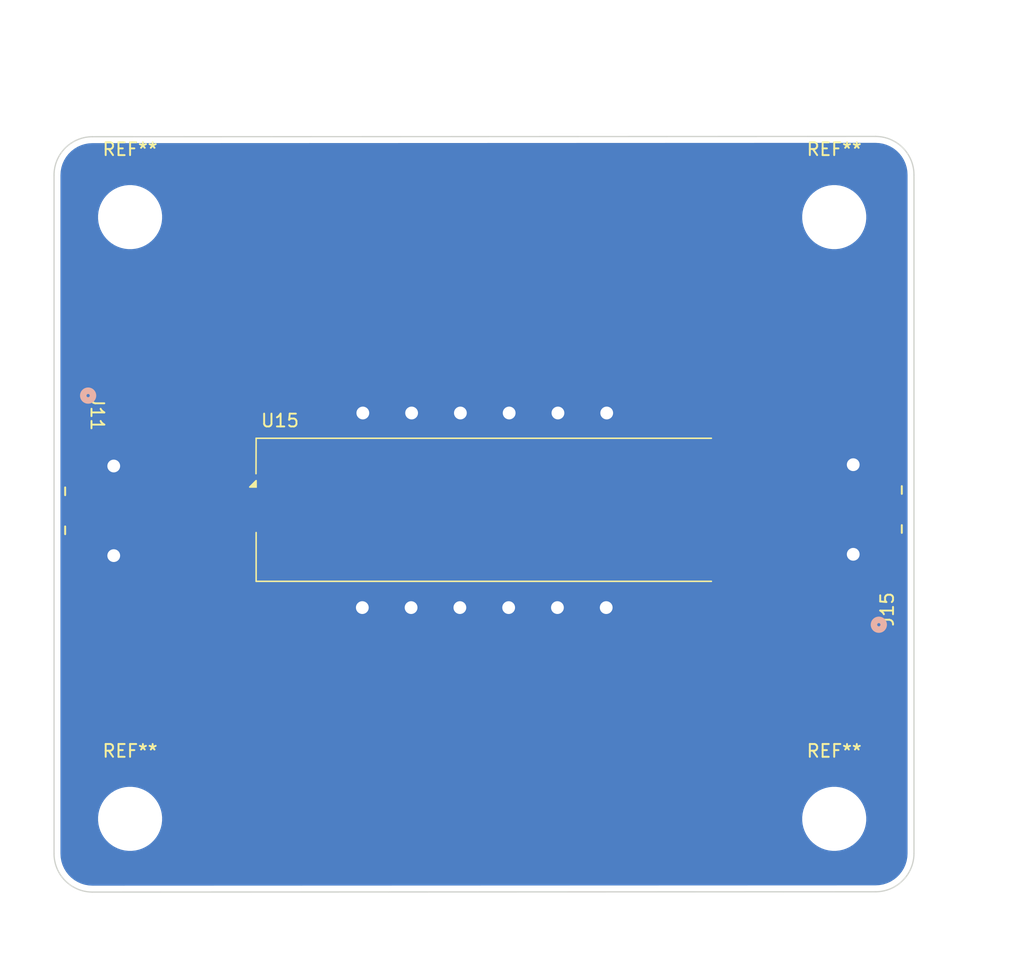
<source format=kicad_pcb>
(kicad_pcb (version 20240108) (generator "pcbnew") (generator_version "8.0")
  (title_block (title "RCA Telescope PCBs") (date "2025-04-29"))
  (layers (0 "F.Cu" signal) (31 "B.Cu" signal) (34 "B.Paste" user) (35 "F.Paste" user) (36 "B.SilkS" user "B.Silkscreen") (37 "F.SilkS" user "F.Silkscreen") (38 "B.Mask" user) (39 "F.Mask" user) (44 "Edge.Cuts" user))
  (net 0 "")
  (net 1 "/SMDFilter/SIGNAL_IN")
  (net 2 "/SMDFilter/SIGNAL_OUT")
  (net 3 "/SMDFilter/GND")
  (footprint "RF_Mini-Circuits:Mini-Circuits_HQ1157" (layer "F.Cu") (at 296.980362 49.16342 90)
    (property "Reference" "U15" (at 6.96464 -15.916 0) (layer "F.SilkS"))
    (property "Value" "BPF-A1340+")
    (fp_line (start 2.82 -17.79) (end 5.588 -17.78) (stroke (width 0.12)) (layer "F.SilkS"))
    (fp_line (start 5.588 -17.78) (end 5.588 17.78) (stroke (width 0.12)) (layer "F.SilkS"))
    (fp_line (start -5.588 -17.78) (end -1.778 -17.78) (stroke (width 0.12)) (layer "F.SilkS"))
    (fp_line (start -5.588 -17.78) (end -5.588 17.78) (stroke (width 0.12)) (layer "F.SilkS"))
    (fp_poly (pts (xy 1.778 -17.78) (xy 1.778 -18.28) (xy 2.278 -17.78) (xy 1.778 -17.78)) (stroke (width 0.12)) (fill solid) (layer "F.SilkS"))
    (pad "1" smd rect (at 0 -16.256) (size 3.048 2.54) (layers "F.Cu" "F.Paste" "F.Mask") (net 1 "/SMDFilter/SIGNAL_IN"))
    (pad "2" smd rect (at -3.6195 -9.525 180) (size 2.54 3.048) (layers "F.Cu" "F.Paste" "F.Mask") (net 3 "/SMDFilter/GND"))
    (pad "3" smd rect (at -3.6195 -5.715 180) (size 2.54 3.048) (layers "F.Cu" "F.Paste" "F.Mask") (net 3 "/SMDFilter/GND"))
    (pad "4" smd rect (at -3.6195 -1.905 180) (size 2.54 3.048) (layers "F.Cu" "F.Paste" "F.Mask") (net 3 "/SMDFilter/GND"))
    (pad "5" smd rect (at -3.6195 1.905 180) (size 2.54 3.048) (layers "F.Cu" "F.Paste" "F.Mask") (net 3 "/SMDFilter/GND"))
    (pad "6" smd rect (at -3.6195 5.715 180) (size 2.54 3.048) (layers "F.Cu" "F.Paste" "F.Mask") (net 3 "/SMDFilter/GND"))
    (pad "7" smd rect (at -3.6195 9.525 180) (size 2.54 3.048) (layers "F.Cu" "F.Paste" "F.Mask") (net 3 "/SMDFilter/GND"))
    (pad "8" smd rect (at 0 16.256) (size 3.048 2.54) (layers "F.Cu" "F.Paste" "F.Mask") (net 2 "/SMDFilter/SIGNAL_OUT"))
    (pad "9" smd rect (at 3.6195 9.525) (size 2.54 3.048) (layers "F.Cu" "F.Paste" "F.Mask") (net 3 "/SMDFilter/GND"))
    (pad "10" smd rect (at 3.6195 5.715) (size 2.54 3.048) (layers "F.Cu" "F.Paste" "F.Mask") (net 3 "/SMDFilter/GND"))
    (pad "11" smd rect (at 3.6195 1.905) (size 2.54 3.048) (layers "F.Cu" "F.Paste" "F.Mask") (net 3 "/SMDFilter/GND"))
    (pad "12" smd rect (at 3.6195 -1.905) (size 2.54 3.048) (layers "F.Cu" "F.Paste" "F.Mask") (net 3 "/SMDFilter/GND"))
    (pad "13" smd rect (at 3.6195 -5.715) (size 2.54 3.048) (layers "F.Cu" "F.Paste" "F.Mask") (net 3 "/SMDFilter/GND"))
    (pad "14" smd rect (at 3.6195 -9.525) (size 2.54 3.048) (layers "F.Cu" "F.Paste" "F.Mask") (net 3 "/SMDFilter/GND"))
  )
  (footprint "MountingHole:MountingHole_4.3mm_M4" (layer "F.Cu") (at 324.355362 73.30292)
    (property "Reference" "REF**" (at 0 -5.3 0) (layer "F.SilkS"))
    (property "Value" "MountingHole_4.3mm_M4")
    (pad "" np_thru_hole circle (at 0 0) (size 4.3 4.3) (drill 4.3) (layers "*.Cu" "*.Mask"))
  )
  (footprint "MountingHole:MountingHole_4.3mm_M4" (layer "F.Cu") (at 269.355362 26.30292)
    (property "Reference" "REF**" (at 0 -5.3 0) (layer "F.SilkS"))
    (property "Value" "MountingHole_4.3mm_M4")
    (pad "" np_thru_hole circle (at 0 0) (size 4.3 4.3) (drill 4.3) (layers "*.Cu" "*.Mask"))
  )
  (footprint "MountingHole:MountingHole_4.3mm_M4" (layer "F.Cu") (at 324.355362 26.30292)
    (property "Reference" "REF**" (at 0 -5.3 0) (layer "F.SilkS"))
    (property "Value" "MountingHole_4.3mm_M4")
    (pad "" np_thru_hole circle (at 0 0) (size 4.3 4.3) (drill 4.3) (layers "*.Cu" "*.Mask"))
  )
  (footprint "Library:Kikit_Board_Label" (layer "F.Cu") (at 279.884362 20.02292)
    (property "Reference" "SF")
    (property "Value" "Kikit_Board_Label")
  )
  (footprint "Library:CONN_142-0711-821_CIN" (layer "F.Cu") (at 322.8399 49.1405 90)
    (property "Reference" "J15" (at -7.8 5.653 90) (layer "F.SilkS"))
    (property "Value" "ANT")
    (fp_circle (center -9 5) (end -8.619 5) (stroke (width 0.508)) (fill none) (layer "B.SilkS"))
    (fp_line (start 1.22174 6.7945) (end 1.82626 6.7945) (stroke (width 0.1524)) (layer "F.SilkS"))
    (fp_line (start -1.82626 6.7945) (end -1.22174 6.7945) (stroke (width 0.1524)) (layer "F.SilkS"))
    (pad "1" smd rect (at 0 4.953 90) (size 1.778 4.191) (layers "F.Cu" "F.Paste" "F.Mask") (net 2 "/SMDFilter/SIGNAL_OUT"))
    (pad "2" thru_hole circle (at -3.5 3 90) (size 1.4 1.4) (drill 1) (layers "*.Cu" "*.Mask") (net 3 "/SMDFilter/GND"))
    (pad "2" smd rect (at -3.4925 4.953 90) (size 2.667 4.191) (layers "F.Cu" "F.Paste" "F.Mask") (net 3 "/SMDFilter/GND"))
    (pad "2" smd rect (at -3.4925 4.953 90) (size 2.667 4.191) (layers "B.Cu" "B.Paste" "B.Mask") (net 3 "/SMDFilter/GND"))
    (pad "2" smd rect (at 3.4925 4.953 90) (size 2.667 4.191) (layers "F.Cu" "F.Paste" "F.Mask") (net 3 "/SMDFilter/GND"))
    (pad "2" smd rect (at 3.4925 4.953 90) (size 2.667 4.191) (layers "B.Cu" "B.Paste" "B.Mask") (net 3 "/SMDFilter/GND"))
    (pad "2" thru_hole circle (at 3.5 3 90) (size 1.4 1.4) (drill 1) (layers "*.Cu" "*.Mask") (net 3 "/SMDFilter/GND"))
  )
  (footprint "MountingHole:MountingHole_4.3mm_M4" (layer "F.Cu") (at 269.355362 73.30292)
    (property "Reference" "REF**" (at 0 -5.3 0) (layer "F.SilkS"))
    (property "Value" "MountingHole_4.3mm_M4")
    (pad "" np_thru_hole circle (at 0 0) (size 4.3 4.3) (drill 4.3) (layers "*.Cu" "*.Mask"))
  )
  (footprint "Library:CONN_142-0711-821_CIN" (layer "F.Cu") (at 271.078362 49.24342 -90)
    (property "Reference" "J11" (at -7.59 4.283 -90) (layer "F.SilkS"))
    (property "Value" "ANT")
    (fp_circle (center -9 5) (end -8.619 5) (stroke (width 0.508)) (fill none) (layer "B.SilkS"))
    (fp_line (start -1.82626 6.7945) (end -1.22174 6.7945) (stroke (width 0.1524)) (layer "F.SilkS"))
    (fp_line (start 1.22174 6.7945) (end 1.82626 6.7945) (stroke (width 0.1524)) (layer "F.SilkS"))
    (pad "1" smd rect (at 0 4.953 270) (size 1.778 4.191) (layers "F.Cu" "F.Paste" "F.Mask") (net 1 "/SMDFilter/SIGNAL_IN"))
    (pad "2" thru_hole circle (at -3.5 3 270) (size 1.4 1.4) (drill 1) (layers "*.Cu" "*.Mask") (net 3 "/SMDFilter/GND"))
    (pad "2" smd rect (at -3.4925 4.953 270) (size 2.667 4.191) (layers "F.Cu" "F.Paste" "F.Mask") (net 3 "/SMDFilter/GND"))
    (pad "2" smd rect (at -3.4925 4.953 270) (size 2.667 4.191) (layers "B.Cu" "B.Paste" "B.Mask") (net 3 "/SMDFilter/GND"))
    (pad "2" smd rect (at 3.4925 4.953 270) (size 2.667 4.191) (layers "F.Cu" "F.Paste" "F.Mask") (net 3 "/SMDFilter/GND"))
    (pad "2" smd rect (at 3.4925 4.953 270) (size 2.667 4.191) (layers "B.Cu" "B.Paste" "B.Mask") (net 3 "/SMDFilter/GND"))
    (pad "2" thru_hole circle (at 3.5 3 270) (size 1.4 1.4) (drill 1) (layers "*.Cu" "*.Mask") (net 3 "/SMDFilter/GND"))
  )
  (gr_poly (pts (xy 279.205362 47.89292) (xy 278.925362 47.89292) (xy 278.925362 50.43292) (xy 279.215362 50.43292)) (fill solid) (layer "F.Cu") (net 1))
  (gr_rect (start 285.885362 54.30292) (end 308.205362 57.80292) (fill solid) (layer "F.Cu") (net 3))
  (gr_poly (pts (xy 263.932042 50.24614) (xy 268.925362 50.8659) (xy 278.935362 50.8659) (xy 278.935362 47.54612) (xy 268.933302 47.54612) (xy 263.932042 48.24462)) (fill solid) (layer "F.Cu") (net 1))
  (gr_poly (pts (xy 315.055362 47.89292) (xy 314.755362 47.89292) (xy 314.755362 50.43292) (xy 315.065362 50.43292)) (fill solid) (layer "F.Cu") (net 2))
  (gr_poly (pts (xy 315.05464 50.80248) (xy 325.3299 50.80502) (xy 330.05494 50.14462) (xy 330.05494 48.1431) (xy 325.33054 47.4827) (xy 315.05464 47.4805)) (fill solid) (layer "F.Cu") (net 2))
  (gr_rect (start 285.875362 40.60292) (end 308.195362 44.10292) (fill solid) (layer "F.Cu") (net 3))
  (gr_line (start 327.584639 78.999997) (end 266.415362 79.02292) (stroke (width 0.1)) (layer "Edge.Cuts"))
  (gr_line (start 266.415361 20.02292) (end 327.58464 20) (stroke (width 0.1)) (layer "Edge.Cuts"))
  (gr_arc (start 327.58464 20) (mid 329.705946 20.878676) (end 330.584581 22.999999) (stroke (width 0.1)) (layer "Edge.Cuts"))
  (gr_line (start 330.584581 22.999999) (end 330.584639 75.999999) (stroke (width 0.1)) (layer "Edge.Cuts"))
  (gr_line (start 263.415362 76.02292) (end 263.415362 23.02292) (stroke (width 0.1)) (layer "Edge.Cuts"))
  (gr_arc (start 330.584639 75.999999) (mid 329.705936 78.121296) (end 327.584639 78.999997) (stroke (width 0.1)) (layer "Edge.Cuts"))
  (gr_arc (start 266.415362 79.02292) (mid 264.294041 78.14424) (end 263.415362 76.02292) (stroke (width 0.1)) (layer "Edge.Cuts"))
  (gr_arc (start 263.415362 23.02292) (mid 264.294012 20.90157) (end 266.415361 20.02292) (stroke (width 0.1)) (layer "Edge.Cuts"))
  (via (at 287.495362 56.80292) (size 1.4) (drill 1) (layers "F.Cu" "B.Cu") (net 3))
  (via (at 291.305362 56.80292) (size 1.4) (drill 1) (layers "F.Cu" "B.Cu") (net 3))
  (via (at 287.535362 41.60292) (size 1.4) (drill 1) (layers "F.Cu" "B.Cu") (net 3))
  (via (at 291.345362 41.60292) (size 1.4) (drill 1) (layers "F.Cu" "B.Cu") (net 3))
  (via (at 295.155362 41.60292) (size 1.4) (drill 1) (layers "F.Cu" "B.Cu") (net 3))
  (via (at 306.585362 41.60292) (size 1.4) (drill 1) (layers "F.Cu" "B.Cu") (net 3))
  (via (at 302.735362 56.80292) (size 1.4) (drill 1) (layers "F.Cu" "B.Cu") (net 3))
  (via (at 298.925362 56.80292) (size 1.4) (drill 1) (layers "F.Cu" "B.Cu") (net 3))
  (via (at 298.965362 41.60292) (size 1.4) (drill 1) (layers "F.Cu" "B.Cu") (net 3))
  (via (at 306.545362 56.80292) (size 1.4) (drill 1) (layers "F.Cu" "B.Cu") (net 3))
  (via (at 295.115362 56.80292) (size 1.4) (drill 1) (layers "F.Cu" "B.Cu") (net 3))
  (via (at 302.775362 41.60292) (size 1.4) (drill 1) (layers "F.Cu" "B.Cu") (net 3))
  (zone (net 3) (net_name "/SMDFilter/GND") (layer "B.Cu") (name "SMDFILTER_GND_FILL") (connect_pads yes (clearance 0.5)) (min_thickness 0.25) (fill yes (thermal_gap 0.5) (thermal_bridge_width 0.5) (island_removal_mode 1) (island_area_min 10))
    (polygon (pts (xy 259.194362 9.34342) (xy 339.194362 9.34342) (xy 339.194362 84.34342) (xy 259.194362 84.34342)))
  )
)
</source>
